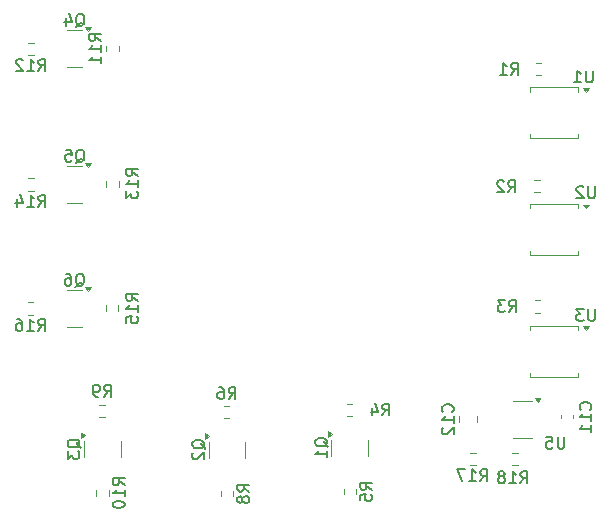
<source format=gbr>
%TF.GenerationSoftware,KiCad,Pcbnew,7.0.11-rc3*%
%TF.CreationDate,2025-03-16T23:26:39+08:00*%
%TF.ProjectId,dashboard,64617368-626f-4617-9264-2e6b69636164,rev?*%
%TF.SameCoordinates,Original*%
%TF.FileFunction,Legend,Bot*%
%TF.FilePolarity,Positive*%
%FSLAX46Y46*%
G04 Gerber Fmt 4.6, Leading zero omitted, Abs format (unit mm)*
G04 Created by KiCad (PCBNEW 7.0.11-rc3) date 2025-03-16 23:26:39*
%MOMM*%
%LPD*%
G01*
G04 APERTURE LIST*
%ADD10C,0.150000*%
%ADD11C,0.120000*%
G04 APERTURE END LIST*
D10*
X108759580Y-84757142D02*
X108807200Y-84709523D01*
X108807200Y-84709523D02*
X108854819Y-84566666D01*
X108854819Y-84566666D02*
X108854819Y-84471428D01*
X108854819Y-84471428D02*
X108807200Y-84328571D01*
X108807200Y-84328571D02*
X108711961Y-84233333D01*
X108711961Y-84233333D02*
X108616723Y-84185714D01*
X108616723Y-84185714D02*
X108426247Y-84138095D01*
X108426247Y-84138095D02*
X108283390Y-84138095D01*
X108283390Y-84138095D02*
X108092914Y-84185714D01*
X108092914Y-84185714D02*
X107997676Y-84233333D01*
X107997676Y-84233333D02*
X107902438Y-84328571D01*
X107902438Y-84328571D02*
X107854819Y-84471428D01*
X107854819Y-84471428D02*
X107854819Y-84566666D01*
X107854819Y-84566666D02*
X107902438Y-84709523D01*
X107902438Y-84709523D02*
X107950057Y-84757142D01*
X108854819Y-85709523D02*
X108854819Y-85138095D01*
X108854819Y-85423809D02*
X107854819Y-85423809D01*
X107854819Y-85423809D02*
X107997676Y-85328571D01*
X107997676Y-85328571D02*
X108092914Y-85233333D01*
X108092914Y-85233333D02*
X108140533Y-85138095D01*
X108854819Y-86661904D02*
X108854819Y-86090476D01*
X108854819Y-86376190D02*
X107854819Y-86376190D01*
X107854819Y-86376190D02*
X107997676Y-86280952D01*
X107997676Y-86280952D02*
X108092914Y-86185714D01*
X108092914Y-86185714D02*
X108140533Y-86090476D01*
X65170238Y-74350057D02*
X65265476Y-74302438D01*
X65265476Y-74302438D02*
X65360714Y-74207200D01*
X65360714Y-74207200D02*
X65503571Y-74064342D01*
X65503571Y-74064342D02*
X65598809Y-74016723D01*
X65598809Y-74016723D02*
X65694047Y-74016723D01*
X65646428Y-74254819D02*
X65741666Y-74207200D01*
X65741666Y-74207200D02*
X65836904Y-74111961D01*
X65836904Y-74111961D02*
X65884523Y-73921485D01*
X65884523Y-73921485D02*
X65884523Y-73588152D01*
X65884523Y-73588152D02*
X65836904Y-73397676D01*
X65836904Y-73397676D02*
X65741666Y-73302438D01*
X65741666Y-73302438D02*
X65646428Y-73254819D01*
X65646428Y-73254819D02*
X65455952Y-73254819D01*
X65455952Y-73254819D02*
X65360714Y-73302438D01*
X65360714Y-73302438D02*
X65265476Y-73397676D01*
X65265476Y-73397676D02*
X65217857Y-73588152D01*
X65217857Y-73588152D02*
X65217857Y-73921485D01*
X65217857Y-73921485D02*
X65265476Y-74111961D01*
X65265476Y-74111961D02*
X65360714Y-74207200D01*
X65360714Y-74207200D02*
X65455952Y-74254819D01*
X65455952Y-74254819D02*
X65646428Y-74254819D01*
X64360714Y-73254819D02*
X64551190Y-73254819D01*
X64551190Y-73254819D02*
X64646428Y-73302438D01*
X64646428Y-73302438D02*
X64694047Y-73350057D01*
X64694047Y-73350057D02*
X64789285Y-73492914D01*
X64789285Y-73492914D02*
X64836904Y-73683390D01*
X64836904Y-73683390D02*
X64836904Y-74064342D01*
X64836904Y-74064342D02*
X64789285Y-74159580D01*
X64789285Y-74159580D02*
X64741666Y-74207200D01*
X64741666Y-74207200D02*
X64646428Y-74254819D01*
X64646428Y-74254819D02*
X64455952Y-74254819D01*
X64455952Y-74254819D02*
X64360714Y-74207200D01*
X64360714Y-74207200D02*
X64313095Y-74159580D01*
X64313095Y-74159580D02*
X64265476Y-74064342D01*
X64265476Y-74064342D02*
X64265476Y-73826247D01*
X64265476Y-73826247D02*
X64313095Y-73731009D01*
X64313095Y-73731009D02*
X64360714Y-73683390D01*
X64360714Y-73683390D02*
X64455952Y-73635771D01*
X64455952Y-73635771D02*
X64646428Y-73635771D01*
X64646428Y-73635771D02*
X64741666Y-73683390D01*
X64741666Y-73683390D02*
X64789285Y-73731009D01*
X64789285Y-73731009D02*
X64836904Y-73826247D01*
X65600057Y-88004761D02*
X65552438Y-87909523D01*
X65552438Y-87909523D02*
X65457200Y-87814285D01*
X65457200Y-87814285D02*
X65314342Y-87671428D01*
X65314342Y-87671428D02*
X65266723Y-87576190D01*
X65266723Y-87576190D02*
X65266723Y-87480952D01*
X65504819Y-87528571D02*
X65457200Y-87433333D01*
X65457200Y-87433333D02*
X65361961Y-87338095D01*
X65361961Y-87338095D02*
X65171485Y-87290476D01*
X65171485Y-87290476D02*
X64838152Y-87290476D01*
X64838152Y-87290476D02*
X64647676Y-87338095D01*
X64647676Y-87338095D02*
X64552438Y-87433333D01*
X64552438Y-87433333D02*
X64504819Y-87528571D01*
X64504819Y-87528571D02*
X64504819Y-87719047D01*
X64504819Y-87719047D02*
X64552438Y-87814285D01*
X64552438Y-87814285D02*
X64647676Y-87909523D01*
X64647676Y-87909523D02*
X64838152Y-87957142D01*
X64838152Y-87957142D02*
X65171485Y-87957142D01*
X65171485Y-87957142D02*
X65361961Y-87909523D01*
X65361961Y-87909523D02*
X65457200Y-87814285D01*
X65457200Y-87814285D02*
X65504819Y-87719047D01*
X65504819Y-87719047D02*
X65504819Y-87528571D01*
X64504819Y-88290476D02*
X64504819Y-88909523D01*
X64504819Y-88909523D02*
X64885771Y-88576190D01*
X64885771Y-88576190D02*
X64885771Y-88719047D01*
X64885771Y-88719047D02*
X64933390Y-88814285D01*
X64933390Y-88814285D02*
X64981009Y-88861904D01*
X64981009Y-88861904D02*
X65076247Y-88909523D01*
X65076247Y-88909523D02*
X65314342Y-88909523D01*
X65314342Y-88909523D02*
X65409580Y-88861904D01*
X65409580Y-88861904D02*
X65457200Y-88814285D01*
X65457200Y-88814285D02*
X65504819Y-88719047D01*
X65504819Y-88719047D02*
X65504819Y-88433333D01*
X65504819Y-88433333D02*
X65457200Y-88338095D01*
X65457200Y-88338095D02*
X65409580Y-88290476D01*
X78141666Y-83854819D02*
X78474999Y-83378628D01*
X78713094Y-83854819D02*
X78713094Y-82854819D01*
X78713094Y-82854819D02*
X78332142Y-82854819D01*
X78332142Y-82854819D02*
X78236904Y-82902438D01*
X78236904Y-82902438D02*
X78189285Y-82950057D01*
X78189285Y-82950057D02*
X78141666Y-83045295D01*
X78141666Y-83045295D02*
X78141666Y-83188152D01*
X78141666Y-83188152D02*
X78189285Y-83283390D01*
X78189285Y-83283390D02*
X78236904Y-83331009D01*
X78236904Y-83331009D02*
X78332142Y-83378628D01*
X78332142Y-83378628D02*
X78713094Y-83378628D01*
X77284523Y-82854819D02*
X77474999Y-82854819D01*
X77474999Y-82854819D02*
X77570237Y-82902438D01*
X77570237Y-82902438D02*
X77617856Y-82950057D01*
X77617856Y-82950057D02*
X77713094Y-83092914D01*
X77713094Y-83092914D02*
X77760713Y-83283390D01*
X77760713Y-83283390D02*
X77760713Y-83664342D01*
X77760713Y-83664342D02*
X77713094Y-83759580D01*
X77713094Y-83759580D02*
X77665475Y-83807200D01*
X77665475Y-83807200D02*
X77570237Y-83854819D01*
X77570237Y-83854819D02*
X77379761Y-83854819D01*
X77379761Y-83854819D02*
X77284523Y-83807200D01*
X77284523Y-83807200D02*
X77236904Y-83759580D01*
X77236904Y-83759580D02*
X77189285Y-83664342D01*
X77189285Y-83664342D02*
X77189285Y-83426247D01*
X77189285Y-83426247D02*
X77236904Y-83331009D01*
X77236904Y-83331009D02*
X77284523Y-83283390D01*
X77284523Y-83283390D02*
X77379761Y-83235771D01*
X77379761Y-83235771D02*
X77570237Y-83235771D01*
X77570237Y-83235771D02*
X77665475Y-83283390D01*
X77665475Y-83283390D02*
X77713094Y-83331009D01*
X77713094Y-83331009D02*
X77760713Y-83426247D01*
X76150057Y-88067261D02*
X76102438Y-87972023D01*
X76102438Y-87972023D02*
X76007200Y-87876785D01*
X76007200Y-87876785D02*
X75864342Y-87733928D01*
X75864342Y-87733928D02*
X75816723Y-87638690D01*
X75816723Y-87638690D02*
X75816723Y-87543452D01*
X76054819Y-87591071D02*
X76007200Y-87495833D01*
X76007200Y-87495833D02*
X75911961Y-87400595D01*
X75911961Y-87400595D02*
X75721485Y-87352976D01*
X75721485Y-87352976D02*
X75388152Y-87352976D01*
X75388152Y-87352976D02*
X75197676Y-87400595D01*
X75197676Y-87400595D02*
X75102438Y-87495833D01*
X75102438Y-87495833D02*
X75054819Y-87591071D01*
X75054819Y-87591071D02*
X75054819Y-87781547D01*
X75054819Y-87781547D02*
X75102438Y-87876785D01*
X75102438Y-87876785D02*
X75197676Y-87972023D01*
X75197676Y-87972023D02*
X75388152Y-88019642D01*
X75388152Y-88019642D02*
X75721485Y-88019642D01*
X75721485Y-88019642D02*
X75911961Y-87972023D01*
X75911961Y-87972023D02*
X76007200Y-87876785D01*
X76007200Y-87876785D02*
X76054819Y-87781547D01*
X76054819Y-87781547D02*
X76054819Y-87591071D01*
X75150057Y-88400595D02*
X75102438Y-88448214D01*
X75102438Y-88448214D02*
X75054819Y-88543452D01*
X75054819Y-88543452D02*
X75054819Y-88781547D01*
X75054819Y-88781547D02*
X75102438Y-88876785D01*
X75102438Y-88876785D02*
X75150057Y-88924404D01*
X75150057Y-88924404D02*
X75245295Y-88972023D01*
X75245295Y-88972023D02*
X75340533Y-88972023D01*
X75340533Y-88972023D02*
X75483390Y-88924404D01*
X75483390Y-88924404D02*
X76054819Y-88352976D01*
X76054819Y-88352976D02*
X76054819Y-88972023D01*
X109161904Y-65854819D02*
X109161904Y-66664342D01*
X109161904Y-66664342D02*
X109114285Y-66759580D01*
X109114285Y-66759580D02*
X109066666Y-66807200D01*
X109066666Y-66807200D02*
X108971428Y-66854819D01*
X108971428Y-66854819D02*
X108780952Y-66854819D01*
X108780952Y-66854819D02*
X108685714Y-66807200D01*
X108685714Y-66807200D02*
X108638095Y-66759580D01*
X108638095Y-66759580D02*
X108590476Y-66664342D01*
X108590476Y-66664342D02*
X108590476Y-65854819D01*
X108161904Y-65950057D02*
X108114285Y-65902438D01*
X108114285Y-65902438D02*
X108019047Y-65854819D01*
X108019047Y-65854819D02*
X107780952Y-65854819D01*
X107780952Y-65854819D02*
X107685714Y-65902438D01*
X107685714Y-65902438D02*
X107638095Y-65950057D01*
X107638095Y-65950057D02*
X107590476Y-66045295D01*
X107590476Y-66045295D02*
X107590476Y-66140533D01*
X107590476Y-66140533D02*
X107638095Y-66283390D01*
X107638095Y-66283390D02*
X108209523Y-66854819D01*
X108209523Y-66854819D02*
X107590476Y-66854819D01*
X99452857Y-90819819D02*
X99786190Y-90343628D01*
X100024285Y-90819819D02*
X100024285Y-89819819D01*
X100024285Y-89819819D02*
X99643333Y-89819819D01*
X99643333Y-89819819D02*
X99548095Y-89867438D01*
X99548095Y-89867438D02*
X99500476Y-89915057D01*
X99500476Y-89915057D02*
X99452857Y-90010295D01*
X99452857Y-90010295D02*
X99452857Y-90153152D01*
X99452857Y-90153152D02*
X99500476Y-90248390D01*
X99500476Y-90248390D02*
X99548095Y-90296009D01*
X99548095Y-90296009D02*
X99643333Y-90343628D01*
X99643333Y-90343628D02*
X100024285Y-90343628D01*
X98500476Y-90819819D02*
X99071904Y-90819819D01*
X98786190Y-90819819D02*
X98786190Y-89819819D01*
X98786190Y-89819819D02*
X98881428Y-89962676D01*
X98881428Y-89962676D02*
X98976666Y-90057914D01*
X98976666Y-90057914D02*
X99071904Y-90105533D01*
X98167142Y-89819819D02*
X97500476Y-89819819D01*
X97500476Y-89819819D02*
X97929047Y-90819819D01*
X108961904Y-56054819D02*
X108961904Y-56864342D01*
X108961904Y-56864342D02*
X108914285Y-56959580D01*
X108914285Y-56959580D02*
X108866666Y-57007200D01*
X108866666Y-57007200D02*
X108771428Y-57054819D01*
X108771428Y-57054819D02*
X108580952Y-57054819D01*
X108580952Y-57054819D02*
X108485714Y-57007200D01*
X108485714Y-57007200D02*
X108438095Y-56959580D01*
X108438095Y-56959580D02*
X108390476Y-56864342D01*
X108390476Y-56864342D02*
X108390476Y-56054819D01*
X107390476Y-57054819D02*
X107961904Y-57054819D01*
X107676190Y-57054819D02*
X107676190Y-56054819D01*
X107676190Y-56054819D02*
X107771428Y-56197676D01*
X107771428Y-56197676D02*
X107866666Y-56292914D01*
X107866666Y-56292914D02*
X107961904Y-56340533D01*
X106561904Y-87054819D02*
X106561904Y-87864342D01*
X106561904Y-87864342D02*
X106514285Y-87959580D01*
X106514285Y-87959580D02*
X106466666Y-88007200D01*
X106466666Y-88007200D02*
X106371428Y-88054819D01*
X106371428Y-88054819D02*
X106180952Y-88054819D01*
X106180952Y-88054819D02*
X106085714Y-88007200D01*
X106085714Y-88007200D02*
X106038095Y-87959580D01*
X106038095Y-87959580D02*
X105990476Y-87864342D01*
X105990476Y-87864342D02*
X105990476Y-87054819D01*
X105038095Y-87054819D02*
X105514285Y-87054819D01*
X105514285Y-87054819D02*
X105561904Y-87531009D01*
X105561904Y-87531009D02*
X105514285Y-87483390D01*
X105514285Y-87483390D02*
X105419047Y-87435771D01*
X105419047Y-87435771D02*
X105180952Y-87435771D01*
X105180952Y-87435771D02*
X105085714Y-87483390D01*
X105085714Y-87483390D02*
X105038095Y-87531009D01*
X105038095Y-87531009D02*
X104990476Y-87626247D01*
X104990476Y-87626247D02*
X104990476Y-87864342D01*
X104990476Y-87864342D02*
X105038095Y-87959580D01*
X105038095Y-87959580D02*
X105085714Y-88007200D01*
X105085714Y-88007200D02*
X105180952Y-88054819D01*
X105180952Y-88054819D02*
X105419047Y-88054819D01*
X105419047Y-88054819D02*
X105514285Y-88007200D01*
X105514285Y-88007200D02*
X105561904Y-87959580D01*
X67591666Y-83654819D02*
X67924999Y-83178628D01*
X68163094Y-83654819D02*
X68163094Y-82654819D01*
X68163094Y-82654819D02*
X67782142Y-82654819D01*
X67782142Y-82654819D02*
X67686904Y-82702438D01*
X67686904Y-82702438D02*
X67639285Y-82750057D01*
X67639285Y-82750057D02*
X67591666Y-82845295D01*
X67591666Y-82845295D02*
X67591666Y-82988152D01*
X67591666Y-82988152D02*
X67639285Y-83083390D01*
X67639285Y-83083390D02*
X67686904Y-83131009D01*
X67686904Y-83131009D02*
X67782142Y-83178628D01*
X67782142Y-83178628D02*
X68163094Y-83178628D01*
X67115475Y-83654819D02*
X66924999Y-83654819D01*
X66924999Y-83654819D02*
X66829761Y-83607200D01*
X66829761Y-83607200D02*
X66782142Y-83559580D01*
X66782142Y-83559580D02*
X66686904Y-83416723D01*
X66686904Y-83416723D02*
X66639285Y-83226247D01*
X66639285Y-83226247D02*
X66639285Y-82845295D01*
X66639285Y-82845295D02*
X66686904Y-82750057D01*
X66686904Y-82750057D02*
X66734523Y-82702438D01*
X66734523Y-82702438D02*
X66829761Y-82654819D01*
X66829761Y-82654819D02*
X67020237Y-82654819D01*
X67020237Y-82654819D02*
X67115475Y-82702438D01*
X67115475Y-82702438D02*
X67163094Y-82750057D01*
X67163094Y-82750057D02*
X67210713Y-82845295D01*
X67210713Y-82845295D02*
X67210713Y-83083390D01*
X67210713Y-83083390D02*
X67163094Y-83178628D01*
X67163094Y-83178628D02*
X67115475Y-83226247D01*
X67115475Y-83226247D02*
X67020237Y-83273866D01*
X67020237Y-83273866D02*
X66829761Y-83273866D01*
X66829761Y-83273866D02*
X66734523Y-83226247D01*
X66734523Y-83226247D02*
X66686904Y-83178628D01*
X66686904Y-83178628D02*
X66639285Y-83083390D01*
X65195238Y-52350057D02*
X65290476Y-52302438D01*
X65290476Y-52302438D02*
X65385714Y-52207200D01*
X65385714Y-52207200D02*
X65528571Y-52064342D01*
X65528571Y-52064342D02*
X65623809Y-52016723D01*
X65623809Y-52016723D02*
X65719047Y-52016723D01*
X65671428Y-52254819D02*
X65766666Y-52207200D01*
X65766666Y-52207200D02*
X65861904Y-52111961D01*
X65861904Y-52111961D02*
X65909523Y-51921485D01*
X65909523Y-51921485D02*
X65909523Y-51588152D01*
X65909523Y-51588152D02*
X65861904Y-51397676D01*
X65861904Y-51397676D02*
X65766666Y-51302438D01*
X65766666Y-51302438D02*
X65671428Y-51254819D01*
X65671428Y-51254819D02*
X65480952Y-51254819D01*
X65480952Y-51254819D02*
X65385714Y-51302438D01*
X65385714Y-51302438D02*
X65290476Y-51397676D01*
X65290476Y-51397676D02*
X65242857Y-51588152D01*
X65242857Y-51588152D02*
X65242857Y-51921485D01*
X65242857Y-51921485D02*
X65290476Y-52111961D01*
X65290476Y-52111961D02*
X65385714Y-52207200D01*
X65385714Y-52207200D02*
X65480952Y-52254819D01*
X65480952Y-52254819D02*
X65671428Y-52254819D01*
X64385714Y-51588152D02*
X64385714Y-52254819D01*
X64623809Y-51207200D02*
X64861904Y-51921485D01*
X64861904Y-51921485D02*
X64242857Y-51921485D01*
X91166666Y-85254819D02*
X91499999Y-84778628D01*
X91738094Y-85254819D02*
X91738094Y-84254819D01*
X91738094Y-84254819D02*
X91357142Y-84254819D01*
X91357142Y-84254819D02*
X91261904Y-84302438D01*
X91261904Y-84302438D02*
X91214285Y-84350057D01*
X91214285Y-84350057D02*
X91166666Y-84445295D01*
X91166666Y-84445295D02*
X91166666Y-84588152D01*
X91166666Y-84588152D02*
X91214285Y-84683390D01*
X91214285Y-84683390D02*
X91261904Y-84731009D01*
X91261904Y-84731009D02*
X91357142Y-84778628D01*
X91357142Y-84778628D02*
X91738094Y-84778628D01*
X90309523Y-84588152D02*
X90309523Y-85254819D01*
X90547618Y-84207200D02*
X90785713Y-84921485D01*
X90785713Y-84921485D02*
X90166666Y-84921485D01*
X62042857Y-56084819D02*
X62376190Y-55608628D01*
X62614285Y-56084819D02*
X62614285Y-55084819D01*
X62614285Y-55084819D02*
X62233333Y-55084819D01*
X62233333Y-55084819D02*
X62138095Y-55132438D01*
X62138095Y-55132438D02*
X62090476Y-55180057D01*
X62090476Y-55180057D02*
X62042857Y-55275295D01*
X62042857Y-55275295D02*
X62042857Y-55418152D01*
X62042857Y-55418152D02*
X62090476Y-55513390D01*
X62090476Y-55513390D02*
X62138095Y-55561009D01*
X62138095Y-55561009D02*
X62233333Y-55608628D01*
X62233333Y-55608628D02*
X62614285Y-55608628D01*
X61090476Y-56084819D02*
X61661904Y-56084819D01*
X61376190Y-56084819D02*
X61376190Y-55084819D01*
X61376190Y-55084819D02*
X61471428Y-55227676D01*
X61471428Y-55227676D02*
X61566666Y-55322914D01*
X61566666Y-55322914D02*
X61661904Y-55370533D01*
X60709523Y-55180057D02*
X60661904Y-55132438D01*
X60661904Y-55132438D02*
X60566666Y-55084819D01*
X60566666Y-55084819D02*
X60328571Y-55084819D01*
X60328571Y-55084819D02*
X60233333Y-55132438D01*
X60233333Y-55132438D02*
X60185714Y-55180057D01*
X60185714Y-55180057D02*
X60138095Y-55275295D01*
X60138095Y-55275295D02*
X60138095Y-55370533D01*
X60138095Y-55370533D02*
X60185714Y-55513390D01*
X60185714Y-55513390D02*
X60757142Y-56084819D01*
X60757142Y-56084819D02*
X60138095Y-56084819D01*
X90284819Y-91533333D02*
X89808628Y-91200000D01*
X90284819Y-90961905D02*
X89284819Y-90961905D01*
X89284819Y-90961905D02*
X89284819Y-91342857D01*
X89284819Y-91342857D02*
X89332438Y-91438095D01*
X89332438Y-91438095D02*
X89380057Y-91485714D01*
X89380057Y-91485714D02*
X89475295Y-91533333D01*
X89475295Y-91533333D02*
X89618152Y-91533333D01*
X89618152Y-91533333D02*
X89713390Y-91485714D01*
X89713390Y-91485714D02*
X89761009Y-91438095D01*
X89761009Y-91438095D02*
X89808628Y-91342857D01*
X89808628Y-91342857D02*
X89808628Y-90961905D01*
X89284819Y-92438095D02*
X89284819Y-91961905D01*
X89284819Y-91961905D02*
X89761009Y-91914286D01*
X89761009Y-91914286D02*
X89713390Y-91961905D01*
X89713390Y-91961905D02*
X89665771Y-92057143D01*
X89665771Y-92057143D02*
X89665771Y-92295238D01*
X89665771Y-92295238D02*
X89713390Y-92390476D01*
X89713390Y-92390476D02*
X89761009Y-92438095D01*
X89761009Y-92438095D02*
X89856247Y-92485714D01*
X89856247Y-92485714D02*
X90094342Y-92485714D01*
X90094342Y-92485714D02*
X90189580Y-92438095D01*
X90189580Y-92438095D02*
X90237200Y-92390476D01*
X90237200Y-92390476D02*
X90284819Y-92295238D01*
X90284819Y-92295238D02*
X90284819Y-92057143D01*
X90284819Y-92057143D02*
X90237200Y-91961905D01*
X90237200Y-91961905D02*
X90189580Y-91914286D01*
X102852857Y-90989819D02*
X103186190Y-90513628D01*
X103424285Y-90989819D02*
X103424285Y-89989819D01*
X103424285Y-89989819D02*
X103043333Y-89989819D01*
X103043333Y-89989819D02*
X102948095Y-90037438D01*
X102948095Y-90037438D02*
X102900476Y-90085057D01*
X102900476Y-90085057D02*
X102852857Y-90180295D01*
X102852857Y-90180295D02*
X102852857Y-90323152D01*
X102852857Y-90323152D02*
X102900476Y-90418390D01*
X102900476Y-90418390D02*
X102948095Y-90466009D01*
X102948095Y-90466009D02*
X103043333Y-90513628D01*
X103043333Y-90513628D02*
X103424285Y-90513628D01*
X101900476Y-90989819D02*
X102471904Y-90989819D01*
X102186190Y-90989819D02*
X102186190Y-89989819D01*
X102186190Y-89989819D02*
X102281428Y-90132676D01*
X102281428Y-90132676D02*
X102376666Y-90227914D01*
X102376666Y-90227914D02*
X102471904Y-90275533D01*
X101329047Y-90418390D02*
X101424285Y-90370771D01*
X101424285Y-90370771D02*
X101471904Y-90323152D01*
X101471904Y-90323152D02*
X101519523Y-90227914D01*
X101519523Y-90227914D02*
X101519523Y-90180295D01*
X101519523Y-90180295D02*
X101471904Y-90085057D01*
X101471904Y-90085057D02*
X101424285Y-90037438D01*
X101424285Y-90037438D02*
X101329047Y-89989819D01*
X101329047Y-89989819D02*
X101138571Y-89989819D01*
X101138571Y-89989819D02*
X101043333Y-90037438D01*
X101043333Y-90037438D02*
X100995714Y-90085057D01*
X100995714Y-90085057D02*
X100948095Y-90180295D01*
X100948095Y-90180295D02*
X100948095Y-90227914D01*
X100948095Y-90227914D02*
X100995714Y-90323152D01*
X100995714Y-90323152D02*
X101043333Y-90370771D01*
X101043333Y-90370771D02*
X101138571Y-90418390D01*
X101138571Y-90418390D02*
X101329047Y-90418390D01*
X101329047Y-90418390D02*
X101424285Y-90466009D01*
X101424285Y-90466009D02*
X101471904Y-90513628D01*
X101471904Y-90513628D02*
X101519523Y-90608866D01*
X101519523Y-90608866D02*
X101519523Y-90799342D01*
X101519523Y-90799342D02*
X101471904Y-90894580D01*
X101471904Y-90894580D02*
X101424285Y-90942200D01*
X101424285Y-90942200D02*
X101329047Y-90989819D01*
X101329047Y-90989819D02*
X101138571Y-90989819D01*
X101138571Y-90989819D02*
X101043333Y-90942200D01*
X101043333Y-90942200D02*
X100995714Y-90894580D01*
X100995714Y-90894580D02*
X100948095Y-90799342D01*
X100948095Y-90799342D02*
X100948095Y-90608866D01*
X100948095Y-90608866D02*
X100995714Y-90513628D01*
X100995714Y-90513628D02*
X101043333Y-90466009D01*
X101043333Y-90466009D02*
X101138571Y-90418390D01*
X109161904Y-76254819D02*
X109161904Y-77064342D01*
X109161904Y-77064342D02*
X109114285Y-77159580D01*
X109114285Y-77159580D02*
X109066666Y-77207200D01*
X109066666Y-77207200D02*
X108971428Y-77254819D01*
X108971428Y-77254819D02*
X108780952Y-77254819D01*
X108780952Y-77254819D02*
X108685714Y-77207200D01*
X108685714Y-77207200D02*
X108638095Y-77159580D01*
X108638095Y-77159580D02*
X108590476Y-77064342D01*
X108590476Y-77064342D02*
X108590476Y-76254819D01*
X108209523Y-76254819D02*
X107590476Y-76254819D01*
X107590476Y-76254819D02*
X107923809Y-76635771D01*
X107923809Y-76635771D02*
X107780952Y-76635771D01*
X107780952Y-76635771D02*
X107685714Y-76683390D01*
X107685714Y-76683390D02*
X107638095Y-76731009D01*
X107638095Y-76731009D02*
X107590476Y-76826247D01*
X107590476Y-76826247D02*
X107590476Y-77064342D01*
X107590476Y-77064342D02*
X107638095Y-77159580D01*
X107638095Y-77159580D02*
X107685714Y-77207200D01*
X107685714Y-77207200D02*
X107780952Y-77254819D01*
X107780952Y-77254819D02*
X108066666Y-77254819D01*
X108066666Y-77254819D02*
X108161904Y-77207200D01*
X108161904Y-77207200D02*
X108209523Y-77159580D01*
X97089580Y-84942142D02*
X97137200Y-84894523D01*
X97137200Y-84894523D02*
X97184819Y-84751666D01*
X97184819Y-84751666D02*
X97184819Y-84656428D01*
X97184819Y-84656428D02*
X97137200Y-84513571D01*
X97137200Y-84513571D02*
X97041961Y-84418333D01*
X97041961Y-84418333D02*
X96946723Y-84370714D01*
X96946723Y-84370714D02*
X96756247Y-84323095D01*
X96756247Y-84323095D02*
X96613390Y-84323095D01*
X96613390Y-84323095D02*
X96422914Y-84370714D01*
X96422914Y-84370714D02*
X96327676Y-84418333D01*
X96327676Y-84418333D02*
X96232438Y-84513571D01*
X96232438Y-84513571D02*
X96184819Y-84656428D01*
X96184819Y-84656428D02*
X96184819Y-84751666D01*
X96184819Y-84751666D02*
X96232438Y-84894523D01*
X96232438Y-84894523D02*
X96280057Y-84942142D01*
X97184819Y-85894523D02*
X97184819Y-85323095D01*
X97184819Y-85608809D02*
X96184819Y-85608809D01*
X96184819Y-85608809D02*
X96327676Y-85513571D01*
X96327676Y-85513571D02*
X96422914Y-85418333D01*
X96422914Y-85418333D02*
X96470533Y-85323095D01*
X96280057Y-86275476D02*
X96232438Y-86323095D01*
X96232438Y-86323095D02*
X96184819Y-86418333D01*
X96184819Y-86418333D02*
X96184819Y-86656428D01*
X96184819Y-86656428D02*
X96232438Y-86751666D01*
X96232438Y-86751666D02*
X96280057Y-86799285D01*
X96280057Y-86799285D02*
X96375295Y-86846904D01*
X96375295Y-86846904D02*
X96470533Y-86846904D01*
X96470533Y-86846904D02*
X96613390Y-86799285D01*
X96613390Y-86799285D02*
X97184819Y-86227857D01*
X97184819Y-86227857D02*
X97184819Y-86846904D01*
X101861666Y-76491444D02*
X102194999Y-76015253D01*
X102433094Y-76491444D02*
X102433094Y-75491444D01*
X102433094Y-75491444D02*
X102052142Y-75491444D01*
X102052142Y-75491444D02*
X101956904Y-75539063D01*
X101956904Y-75539063D02*
X101909285Y-75586682D01*
X101909285Y-75586682D02*
X101861666Y-75681920D01*
X101861666Y-75681920D02*
X101861666Y-75824777D01*
X101861666Y-75824777D02*
X101909285Y-75920015D01*
X101909285Y-75920015D02*
X101956904Y-75967634D01*
X101956904Y-75967634D02*
X102052142Y-76015253D01*
X102052142Y-76015253D02*
X102433094Y-76015253D01*
X101528332Y-75491444D02*
X100909285Y-75491444D01*
X100909285Y-75491444D02*
X101242618Y-75872396D01*
X101242618Y-75872396D02*
X101099761Y-75872396D01*
X101099761Y-75872396D02*
X101004523Y-75920015D01*
X101004523Y-75920015D02*
X100956904Y-75967634D01*
X100956904Y-75967634D02*
X100909285Y-76062872D01*
X100909285Y-76062872D02*
X100909285Y-76300967D01*
X100909285Y-76300967D02*
X100956904Y-76396205D01*
X100956904Y-76396205D02*
X101004523Y-76443825D01*
X101004523Y-76443825D02*
X101099761Y-76491444D01*
X101099761Y-76491444D02*
X101385475Y-76491444D01*
X101385475Y-76491444D02*
X101480713Y-76443825D01*
X101480713Y-76443825D02*
X101528332Y-76396205D01*
X62017857Y-78084819D02*
X62351190Y-77608628D01*
X62589285Y-78084819D02*
X62589285Y-77084819D01*
X62589285Y-77084819D02*
X62208333Y-77084819D01*
X62208333Y-77084819D02*
X62113095Y-77132438D01*
X62113095Y-77132438D02*
X62065476Y-77180057D01*
X62065476Y-77180057D02*
X62017857Y-77275295D01*
X62017857Y-77275295D02*
X62017857Y-77418152D01*
X62017857Y-77418152D02*
X62065476Y-77513390D01*
X62065476Y-77513390D02*
X62113095Y-77561009D01*
X62113095Y-77561009D02*
X62208333Y-77608628D01*
X62208333Y-77608628D02*
X62589285Y-77608628D01*
X61065476Y-78084819D02*
X61636904Y-78084819D01*
X61351190Y-78084819D02*
X61351190Y-77084819D01*
X61351190Y-77084819D02*
X61446428Y-77227676D01*
X61446428Y-77227676D02*
X61541666Y-77322914D01*
X61541666Y-77322914D02*
X61636904Y-77370533D01*
X60208333Y-77084819D02*
X60398809Y-77084819D01*
X60398809Y-77084819D02*
X60494047Y-77132438D01*
X60494047Y-77132438D02*
X60541666Y-77180057D01*
X60541666Y-77180057D02*
X60636904Y-77322914D01*
X60636904Y-77322914D02*
X60684523Y-77513390D01*
X60684523Y-77513390D02*
X60684523Y-77894342D01*
X60684523Y-77894342D02*
X60636904Y-77989580D01*
X60636904Y-77989580D02*
X60589285Y-78037200D01*
X60589285Y-78037200D02*
X60494047Y-78084819D01*
X60494047Y-78084819D02*
X60303571Y-78084819D01*
X60303571Y-78084819D02*
X60208333Y-78037200D01*
X60208333Y-78037200D02*
X60160714Y-77989580D01*
X60160714Y-77989580D02*
X60113095Y-77894342D01*
X60113095Y-77894342D02*
X60113095Y-77656247D01*
X60113095Y-77656247D02*
X60160714Y-77561009D01*
X60160714Y-77561009D02*
X60208333Y-77513390D01*
X60208333Y-77513390D02*
X60303571Y-77465771D01*
X60303571Y-77465771D02*
X60494047Y-77465771D01*
X60494047Y-77465771D02*
X60589285Y-77513390D01*
X60589285Y-77513390D02*
X60636904Y-77561009D01*
X60636904Y-77561009D02*
X60684523Y-77656247D01*
X70454819Y-75532142D02*
X69978628Y-75198809D01*
X70454819Y-74960714D02*
X69454819Y-74960714D01*
X69454819Y-74960714D02*
X69454819Y-75341666D01*
X69454819Y-75341666D02*
X69502438Y-75436904D01*
X69502438Y-75436904D02*
X69550057Y-75484523D01*
X69550057Y-75484523D02*
X69645295Y-75532142D01*
X69645295Y-75532142D02*
X69788152Y-75532142D01*
X69788152Y-75532142D02*
X69883390Y-75484523D01*
X69883390Y-75484523D02*
X69931009Y-75436904D01*
X69931009Y-75436904D02*
X69978628Y-75341666D01*
X69978628Y-75341666D02*
X69978628Y-74960714D01*
X70454819Y-76484523D02*
X70454819Y-75913095D01*
X70454819Y-76198809D02*
X69454819Y-76198809D01*
X69454819Y-76198809D02*
X69597676Y-76103571D01*
X69597676Y-76103571D02*
X69692914Y-76008333D01*
X69692914Y-76008333D02*
X69740533Y-75913095D01*
X69454819Y-77389285D02*
X69454819Y-76913095D01*
X69454819Y-76913095D02*
X69931009Y-76865476D01*
X69931009Y-76865476D02*
X69883390Y-76913095D01*
X69883390Y-76913095D02*
X69835771Y-77008333D01*
X69835771Y-77008333D02*
X69835771Y-77246428D01*
X69835771Y-77246428D02*
X69883390Y-77341666D01*
X69883390Y-77341666D02*
X69931009Y-77389285D01*
X69931009Y-77389285D02*
X70026247Y-77436904D01*
X70026247Y-77436904D02*
X70264342Y-77436904D01*
X70264342Y-77436904D02*
X70359580Y-77389285D01*
X70359580Y-77389285D02*
X70407200Y-77341666D01*
X70407200Y-77341666D02*
X70454819Y-77246428D01*
X70454819Y-77246428D02*
X70454819Y-77008333D01*
X70454819Y-77008333D02*
X70407200Y-76913095D01*
X70407200Y-76913095D02*
X70359580Y-76865476D01*
X86550057Y-87904761D02*
X86502438Y-87809523D01*
X86502438Y-87809523D02*
X86407200Y-87714285D01*
X86407200Y-87714285D02*
X86264342Y-87571428D01*
X86264342Y-87571428D02*
X86216723Y-87476190D01*
X86216723Y-87476190D02*
X86216723Y-87380952D01*
X86454819Y-87428571D02*
X86407200Y-87333333D01*
X86407200Y-87333333D02*
X86311961Y-87238095D01*
X86311961Y-87238095D02*
X86121485Y-87190476D01*
X86121485Y-87190476D02*
X85788152Y-87190476D01*
X85788152Y-87190476D02*
X85597676Y-87238095D01*
X85597676Y-87238095D02*
X85502438Y-87333333D01*
X85502438Y-87333333D02*
X85454819Y-87428571D01*
X85454819Y-87428571D02*
X85454819Y-87619047D01*
X85454819Y-87619047D02*
X85502438Y-87714285D01*
X85502438Y-87714285D02*
X85597676Y-87809523D01*
X85597676Y-87809523D02*
X85788152Y-87857142D01*
X85788152Y-87857142D02*
X86121485Y-87857142D01*
X86121485Y-87857142D02*
X86311961Y-87809523D01*
X86311961Y-87809523D02*
X86407200Y-87714285D01*
X86407200Y-87714285D02*
X86454819Y-87619047D01*
X86454819Y-87619047D02*
X86454819Y-87428571D01*
X86454819Y-88809523D02*
X86454819Y-88238095D01*
X86454819Y-88523809D02*
X85454819Y-88523809D01*
X85454819Y-88523809D02*
X85597676Y-88428571D01*
X85597676Y-88428571D02*
X85692914Y-88333333D01*
X85692914Y-88333333D02*
X85740533Y-88238095D01*
X65195238Y-63850057D02*
X65290476Y-63802438D01*
X65290476Y-63802438D02*
X65385714Y-63707200D01*
X65385714Y-63707200D02*
X65528571Y-63564342D01*
X65528571Y-63564342D02*
X65623809Y-63516723D01*
X65623809Y-63516723D02*
X65719047Y-63516723D01*
X65671428Y-63754819D02*
X65766666Y-63707200D01*
X65766666Y-63707200D02*
X65861904Y-63611961D01*
X65861904Y-63611961D02*
X65909523Y-63421485D01*
X65909523Y-63421485D02*
X65909523Y-63088152D01*
X65909523Y-63088152D02*
X65861904Y-62897676D01*
X65861904Y-62897676D02*
X65766666Y-62802438D01*
X65766666Y-62802438D02*
X65671428Y-62754819D01*
X65671428Y-62754819D02*
X65480952Y-62754819D01*
X65480952Y-62754819D02*
X65385714Y-62802438D01*
X65385714Y-62802438D02*
X65290476Y-62897676D01*
X65290476Y-62897676D02*
X65242857Y-63088152D01*
X65242857Y-63088152D02*
X65242857Y-63421485D01*
X65242857Y-63421485D02*
X65290476Y-63611961D01*
X65290476Y-63611961D02*
X65385714Y-63707200D01*
X65385714Y-63707200D02*
X65480952Y-63754819D01*
X65480952Y-63754819D02*
X65671428Y-63754819D01*
X64338095Y-62754819D02*
X64814285Y-62754819D01*
X64814285Y-62754819D02*
X64861904Y-63231009D01*
X64861904Y-63231009D02*
X64814285Y-63183390D01*
X64814285Y-63183390D02*
X64719047Y-63135771D01*
X64719047Y-63135771D02*
X64480952Y-63135771D01*
X64480952Y-63135771D02*
X64385714Y-63183390D01*
X64385714Y-63183390D02*
X64338095Y-63231009D01*
X64338095Y-63231009D02*
X64290476Y-63326247D01*
X64290476Y-63326247D02*
X64290476Y-63564342D01*
X64290476Y-63564342D02*
X64338095Y-63659580D01*
X64338095Y-63659580D02*
X64385714Y-63707200D01*
X64385714Y-63707200D02*
X64480952Y-63754819D01*
X64480952Y-63754819D02*
X64719047Y-63754819D01*
X64719047Y-63754819D02*
X64814285Y-63707200D01*
X64814285Y-63707200D02*
X64861904Y-63659580D01*
X62042857Y-67584819D02*
X62376190Y-67108628D01*
X62614285Y-67584819D02*
X62614285Y-66584819D01*
X62614285Y-66584819D02*
X62233333Y-66584819D01*
X62233333Y-66584819D02*
X62138095Y-66632438D01*
X62138095Y-66632438D02*
X62090476Y-66680057D01*
X62090476Y-66680057D02*
X62042857Y-66775295D01*
X62042857Y-66775295D02*
X62042857Y-66918152D01*
X62042857Y-66918152D02*
X62090476Y-67013390D01*
X62090476Y-67013390D02*
X62138095Y-67061009D01*
X62138095Y-67061009D02*
X62233333Y-67108628D01*
X62233333Y-67108628D02*
X62614285Y-67108628D01*
X61090476Y-67584819D02*
X61661904Y-67584819D01*
X61376190Y-67584819D02*
X61376190Y-66584819D01*
X61376190Y-66584819D02*
X61471428Y-66727676D01*
X61471428Y-66727676D02*
X61566666Y-66822914D01*
X61566666Y-66822914D02*
X61661904Y-66870533D01*
X60233333Y-66918152D02*
X60233333Y-67584819D01*
X60471428Y-66537200D02*
X60709523Y-67251485D01*
X60709523Y-67251485D02*
X60090476Y-67251485D01*
X69334819Y-91157142D02*
X68858628Y-90823809D01*
X69334819Y-90585714D02*
X68334819Y-90585714D01*
X68334819Y-90585714D02*
X68334819Y-90966666D01*
X68334819Y-90966666D02*
X68382438Y-91061904D01*
X68382438Y-91061904D02*
X68430057Y-91109523D01*
X68430057Y-91109523D02*
X68525295Y-91157142D01*
X68525295Y-91157142D02*
X68668152Y-91157142D01*
X68668152Y-91157142D02*
X68763390Y-91109523D01*
X68763390Y-91109523D02*
X68811009Y-91061904D01*
X68811009Y-91061904D02*
X68858628Y-90966666D01*
X68858628Y-90966666D02*
X68858628Y-90585714D01*
X69334819Y-92109523D02*
X69334819Y-91538095D01*
X69334819Y-91823809D02*
X68334819Y-91823809D01*
X68334819Y-91823809D02*
X68477676Y-91728571D01*
X68477676Y-91728571D02*
X68572914Y-91633333D01*
X68572914Y-91633333D02*
X68620533Y-91538095D01*
X68334819Y-92728571D02*
X68334819Y-92823809D01*
X68334819Y-92823809D02*
X68382438Y-92919047D01*
X68382438Y-92919047D02*
X68430057Y-92966666D01*
X68430057Y-92966666D02*
X68525295Y-93014285D01*
X68525295Y-93014285D02*
X68715771Y-93061904D01*
X68715771Y-93061904D02*
X68953866Y-93061904D01*
X68953866Y-93061904D02*
X69144342Y-93014285D01*
X69144342Y-93014285D02*
X69239580Y-92966666D01*
X69239580Y-92966666D02*
X69287200Y-92919047D01*
X69287200Y-92919047D02*
X69334819Y-92823809D01*
X69334819Y-92823809D02*
X69334819Y-92728571D01*
X69334819Y-92728571D02*
X69287200Y-92633333D01*
X69287200Y-92633333D02*
X69239580Y-92585714D01*
X69239580Y-92585714D02*
X69144342Y-92538095D01*
X69144342Y-92538095D02*
X68953866Y-92490476D01*
X68953866Y-92490476D02*
X68715771Y-92490476D01*
X68715771Y-92490476D02*
X68525295Y-92538095D01*
X68525295Y-92538095D02*
X68430057Y-92585714D01*
X68430057Y-92585714D02*
X68382438Y-92633333D01*
X68382438Y-92633333D02*
X68334819Y-92728571D01*
X67324819Y-53532142D02*
X66848628Y-53198809D01*
X67324819Y-52960714D02*
X66324819Y-52960714D01*
X66324819Y-52960714D02*
X66324819Y-53341666D01*
X66324819Y-53341666D02*
X66372438Y-53436904D01*
X66372438Y-53436904D02*
X66420057Y-53484523D01*
X66420057Y-53484523D02*
X66515295Y-53532142D01*
X66515295Y-53532142D02*
X66658152Y-53532142D01*
X66658152Y-53532142D02*
X66753390Y-53484523D01*
X66753390Y-53484523D02*
X66801009Y-53436904D01*
X66801009Y-53436904D02*
X66848628Y-53341666D01*
X66848628Y-53341666D02*
X66848628Y-52960714D01*
X67324819Y-54484523D02*
X67324819Y-53913095D01*
X67324819Y-54198809D02*
X66324819Y-54198809D01*
X66324819Y-54198809D02*
X66467676Y-54103571D01*
X66467676Y-54103571D02*
X66562914Y-54008333D01*
X66562914Y-54008333D02*
X66610533Y-53913095D01*
X67324819Y-55436904D02*
X67324819Y-54865476D01*
X67324819Y-55151190D02*
X66324819Y-55151190D01*
X66324819Y-55151190D02*
X66467676Y-55055952D01*
X66467676Y-55055952D02*
X66562914Y-54960714D01*
X66562914Y-54960714D02*
X66610533Y-54865476D01*
X79884819Y-91695833D02*
X79408628Y-91362500D01*
X79884819Y-91124405D02*
X78884819Y-91124405D01*
X78884819Y-91124405D02*
X78884819Y-91505357D01*
X78884819Y-91505357D02*
X78932438Y-91600595D01*
X78932438Y-91600595D02*
X78980057Y-91648214D01*
X78980057Y-91648214D02*
X79075295Y-91695833D01*
X79075295Y-91695833D02*
X79218152Y-91695833D01*
X79218152Y-91695833D02*
X79313390Y-91648214D01*
X79313390Y-91648214D02*
X79361009Y-91600595D01*
X79361009Y-91600595D02*
X79408628Y-91505357D01*
X79408628Y-91505357D02*
X79408628Y-91124405D01*
X79313390Y-92267262D02*
X79265771Y-92172024D01*
X79265771Y-92172024D02*
X79218152Y-92124405D01*
X79218152Y-92124405D02*
X79122914Y-92076786D01*
X79122914Y-92076786D02*
X79075295Y-92076786D01*
X79075295Y-92076786D02*
X78980057Y-92124405D01*
X78980057Y-92124405D02*
X78932438Y-92172024D01*
X78932438Y-92172024D02*
X78884819Y-92267262D01*
X78884819Y-92267262D02*
X78884819Y-92457738D01*
X78884819Y-92457738D02*
X78932438Y-92552976D01*
X78932438Y-92552976D02*
X78980057Y-92600595D01*
X78980057Y-92600595D02*
X79075295Y-92648214D01*
X79075295Y-92648214D02*
X79122914Y-92648214D01*
X79122914Y-92648214D02*
X79218152Y-92600595D01*
X79218152Y-92600595D02*
X79265771Y-92552976D01*
X79265771Y-92552976D02*
X79313390Y-92457738D01*
X79313390Y-92457738D02*
X79313390Y-92267262D01*
X79313390Y-92267262D02*
X79361009Y-92172024D01*
X79361009Y-92172024D02*
X79408628Y-92124405D01*
X79408628Y-92124405D02*
X79503866Y-92076786D01*
X79503866Y-92076786D02*
X79694342Y-92076786D01*
X79694342Y-92076786D02*
X79789580Y-92124405D01*
X79789580Y-92124405D02*
X79837200Y-92172024D01*
X79837200Y-92172024D02*
X79884819Y-92267262D01*
X79884819Y-92267262D02*
X79884819Y-92457738D01*
X79884819Y-92457738D02*
X79837200Y-92552976D01*
X79837200Y-92552976D02*
X79789580Y-92600595D01*
X79789580Y-92600595D02*
X79694342Y-92648214D01*
X79694342Y-92648214D02*
X79503866Y-92648214D01*
X79503866Y-92648214D02*
X79408628Y-92600595D01*
X79408628Y-92600595D02*
X79361009Y-92552976D01*
X79361009Y-92552976D02*
X79313390Y-92457738D01*
X101811666Y-66354819D02*
X102144999Y-65878628D01*
X102383094Y-66354819D02*
X102383094Y-65354819D01*
X102383094Y-65354819D02*
X102002142Y-65354819D01*
X102002142Y-65354819D02*
X101906904Y-65402438D01*
X101906904Y-65402438D02*
X101859285Y-65450057D01*
X101859285Y-65450057D02*
X101811666Y-65545295D01*
X101811666Y-65545295D02*
X101811666Y-65688152D01*
X101811666Y-65688152D02*
X101859285Y-65783390D01*
X101859285Y-65783390D02*
X101906904Y-65831009D01*
X101906904Y-65831009D02*
X102002142Y-65878628D01*
X102002142Y-65878628D02*
X102383094Y-65878628D01*
X101430713Y-65450057D02*
X101383094Y-65402438D01*
X101383094Y-65402438D02*
X101287856Y-65354819D01*
X101287856Y-65354819D02*
X101049761Y-65354819D01*
X101049761Y-65354819D02*
X100954523Y-65402438D01*
X100954523Y-65402438D02*
X100906904Y-65450057D01*
X100906904Y-65450057D02*
X100859285Y-65545295D01*
X100859285Y-65545295D02*
X100859285Y-65640533D01*
X100859285Y-65640533D02*
X100906904Y-65783390D01*
X100906904Y-65783390D02*
X101478332Y-66354819D01*
X101478332Y-66354819D02*
X100859285Y-66354819D01*
X102061666Y-56391444D02*
X102394999Y-55915253D01*
X102633094Y-56391444D02*
X102633094Y-55391444D01*
X102633094Y-55391444D02*
X102252142Y-55391444D01*
X102252142Y-55391444D02*
X102156904Y-55439063D01*
X102156904Y-55439063D02*
X102109285Y-55486682D01*
X102109285Y-55486682D02*
X102061666Y-55581920D01*
X102061666Y-55581920D02*
X102061666Y-55724777D01*
X102061666Y-55724777D02*
X102109285Y-55820015D01*
X102109285Y-55820015D02*
X102156904Y-55867634D01*
X102156904Y-55867634D02*
X102252142Y-55915253D01*
X102252142Y-55915253D02*
X102633094Y-55915253D01*
X101109285Y-56391444D02*
X101680713Y-56391444D01*
X101394999Y-56391444D02*
X101394999Y-55391444D01*
X101394999Y-55391444D02*
X101490237Y-55534301D01*
X101490237Y-55534301D02*
X101585475Y-55629539D01*
X101585475Y-55629539D02*
X101680713Y-55677158D01*
X70454819Y-64957142D02*
X69978628Y-64623809D01*
X70454819Y-64385714D02*
X69454819Y-64385714D01*
X69454819Y-64385714D02*
X69454819Y-64766666D01*
X69454819Y-64766666D02*
X69502438Y-64861904D01*
X69502438Y-64861904D02*
X69550057Y-64909523D01*
X69550057Y-64909523D02*
X69645295Y-64957142D01*
X69645295Y-64957142D02*
X69788152Y-64957142D01*
X69788152Y-64957142D02*
X69883390Y-64909523D01*
X69883390Y-64909523D02*
X69931009Y-64861904D01*
X69931009Y-64861904D02*
X69978628Y-64766666D01*
X69978628Y-64766666D02*
X69978628Y-64385714D01*
X70454819Y-65909523D02*
X70454819Y-65338095D01*
X70454819Y-65623809D02*
X69454819Y-65623809D01*
X69454819Y-65623809D02*
X69597676Y-65528571D01*
X69597676Y-65528571D02*
X69692914Y-65433333D01*
X69692914Y-65433333D02*
X69740533Y-65338095D01*
X69454819Y-66242857D02*
X69454819Y-66861904D01*
X69454819Y-66861904D02*
X69835771Y-66528571D01*
X69835771Y-66528571D02*
X69835771Y-66671428D01*
X69835771Y-66671428D02*
X69883390Y-66766666D01*
X69883390Y-66766666D02*
X69931009Y-66814285D01*
X69931009Y-66814285D02*
X70026247Y-66861904D01*
X70026247Y-66861904D02*
X70264342Y-66861904D01*
X70264342Y-66861904D02*
X70359580Y-66814285D01*
X70359580Y-66814285D02*
X70407200Y-66766666D01*
X70407200Y-66766666D02*
X70454819Y-66671428D01*
X70454819Y-66671428D02*
X70454819Y-66385714D01*
X70454819Y-66385714D02*
X70407200Y-66290476D01*
X70407200Y-66290476D02*
X70359580Y-66242857D01*
D11*
%TO.C,C11*%
X107320000Y-85194420D02*
X107320000Y-85475580D01*
X106300000Y-85194420D02*
X106300000Y-85475580D01*
%TO.C,Q6*%
X65075000Y-77760000D02*
X65725000Y-77760000D01*
X65075000Y-77760000D02*
X64425000Y-77760000D01*
X65075000Y-74640000D02*
X65725000Y-74640000D01*
X65075000Y-74640000D02*
X64425000Y-74640000D01*
X66237500Y-74690000D02*
X65997500Y-74360000D01*
X66477500Y-74360000D01*
X66237500Y-74690000D01*
G36*
X66237500Y-74690000D02*
G01*
X65997500Y-74360000D01*
X66477500Y-74360000D01*
X66237500Y-74690000D01*
G37*
%TO.C,Q3*%
X69010000Y-88100000D02*
X69010000Y-87450000D01*
X69010000Y-88100000D02*
X69010000Y-88750000D01*
X65890000Y-88100000D02*
X65890000Y-87450000D01*
X65890000Y-88100000D02*
X65890000Y-88750000D01*
X65940000Y-86937500D02*
X65610000Y-87177500D01*
X65610000Y-86697500D01*
X65940000Y-86937500D01*
G36*
X65940000Y-86937500D02*
G01*
X65610000Y-87177500D01*
X65610000Y-86697500D01*
X65940000Y-86937500D01*
G37*
%TO.C,R6*%
X77737742Y-84440000D02*
X78212258Y-84440000D01*
X77737742Y-85485000D02*
X78212258Y-85485000D01*
%TO.C,Q2*%
X79560000Y-88162500D02*
X79560000Y-87512500D01*
X79560000Y-88162500D02*
X79560000Y-88812500D01*
X76440000Y-88162500D02*
X76440000Y-87512500D01*
X76440000Y-88162500D02*
X76440000Y-88812500D01*
X76490000Y-87000000D02*
X76160000Y-87240000D01*
X76160000Y-86760000D01*
X76490000Y-87000000D01*
G36*
X76490000Y-87000000D02*
G01*
X76160000Y-87240000D01*
X76160000Y-86760000D01*
X76490000Y-87000000D01*
G37*
%TO.C,U2*%
X107705000Y-71690000D02*
X107705000Y-71335000D01*
X107705000Y-67370000D02*
X107705000Y-67725000D01*
X105695000Y-71690000D02*
X107705000Y-71690000D01*
X105695000Y-71690000D02*
X103685000Y-71690000D01*
X105695000Y-67370000D02*
X107705000Y-67370000D01*
X105695000Y-67370000D02*
X103685000Y-67370000D01*
X103685000Y-71690000D02*
X103685000Y-71335000D01*
X103685000Y-67370000D02*
X103685000Y-67725000D01*
X108382500Y-67725000D02*
X108142500Y-67395000D01*
X108622500Y-67395000D01*
X108382500Y-67725000D01*
G36*
X108382500Y-67725000D02*
G01*
X108142500Y-67395000D01*
X108622500Y-67395000D01*
X108382500Y-67725000D01*
G37*
%TO.C,R17*%
X98572742Y-88412500D02*
X99047258Y-88412500D01*
X98572742Y-89457500D02*
X99047258Y-89457500D01*
%TO.C,U1*%
X107705000Y-61796625D02*
X107705000Y-61441625D01*
X107705000Y-57476625D02*
X107705000Y-57831625D01*
X105695000Y-61796625D02*
X107705000Y-61796625D01*
X105695000Y-61796625D02*
X103685000Y-61796625D01*
X105695000Y-57476625D02*
X107705000Y-57476625D01*
X105695000Y-57476625D02*
X103685000Y-57476625D01*
X103685000Y-61796625D02*
X103685000Y-61441625D01*
X103685000Y-57476625D02*
X103685000Y-57831625D01*
X108382500Y-57831625D02*
X108142500Y-57501625D01*
X108622500Y-57501625D01*
X108382500Y-57831625D01*
G36*
X108382500Y-57831625D02*
G01*
X108142500Y-57501625D01*
X108622500Y-57501625D01*
X108382500Y-57831625D01*
G37*
%TO.C,U5*%
X103000000Y-87160000D02*
X103800000Y-87160000D01*
X103000000Y-87160000D02*
X102200000Y-87160000D01*
X103000000Y-84040000D02*
X103800000Y-84040000D01*
X103000000Y-84040000D02*
X102200000Y-84040000D01*
X104300000Y-84090000D02*
X104060000Y-83760000D01*
X104540000Y-83760000D01*
X104300000Y-84090000D01*
G36*
X104300000Y-84090000D02*
G01*
X104060000Y-83760000D01*
X104540000Y-83760000D01*
X104300000Y-84090000D01*
G37*
%TO.C,R9*%
X67187742Y-84377500D02*
X67662258Y-84377500D01*
X67187742Y-85422500D02*
X67662258Y-85422500D01*
%TO.C,Q4*%
X65100000Y-55760000D02*
X65750000Y-55760000D01*
X65100000Y-55760000D02*
X64450000Y-55760000D01*
X65100000Y-52640000D02*
X65750000Y-52640000D01*
X65100000Y-52640000D02*
X64450000Y-52640000D01*
X66262500Y-52690000D02*
X66022500Y-52360000D01*
X66502500Y-52360000D01*
X66262500Y-52690000D01*
G36*
X66262500Y-52690000D02*
G01*
X66022500Y-52360000D01*
X66502500Y-52360000D01*
X66262500Y-52690000D01*
G37*
%TO.C,R4*%
X88137742Y-84277500D02*
X88612258Y-84277500D01*
X88137742Y-85322500D02*
X88612258Y-85322500D01*
%TO.C,R12*%
X61162742Y-53677500D02*
X61637258Y-53677500D01*
X61162742Y-54722500D02*
X61637258Y-54722500D01*
%TO.C,R5*%
X87877500Y-91937258D02*
X87877500Y-91462742D01*
X88922500Y-91937258D02*
X88922500Y-91462742D01*
%TO.C,R18*%
X102647258Y-89457500D02*
X102172742Y-89457500D01*
X102647258Y-88412500D02*
X102172742Y-88412500D01*
%TO.C,U3*%
X107705000Y-81996625D02*
X107705000Y-81641625D01*
X107705000Y-77676625D02*
X107705000Y-78031625D01*
X105695000Y-81996625D02*
X107705000Y-81996625D01*
X105695000Y-81996625D02*
X103685000Y-81996625D01*
X105695000Y-77676625D02*
X107705000Y-77676625D01*
X105695000Y-77676625D02*
X103685000Y-77676625D01*
X103685000Y-81996625D02*
X103685000Y-81641625D01*
X103685000Y-77676625D02*
X103685000Y-78031625D01*
X108382500Y-78031625D02*
X108142500Y-77701625D01*
X108622500Y-77701625D01*
X108382500Y-78031625D01*
G36*
X108382500Y-78031625D02*
G01*
X108142500Y-77701625D01*
X108622500Y-77701625D01*
X108382500Y-78031625D01*
G37*
%TO.C,C12*%
X99145000Y-85323748D02*
X99145000Y-85846252D01*
X97675000Y-85323748D02*
X97675000Y-85846252D01*
%TO.C,R3*%
X104057742Y-75514125D02*
X104532258Y-75514125D01*
X104057742Y-76559125D02*
X104532258Y-76559125D01*
%TO.C,R16*%
X61137742Y-75677500D02*
X61612258Y-75677500D01*
X61137742Y-76722500D02*
X61612258Y-76722500D01*
%TO.C,R15*%
X68797500Y-75937742D02*
X68797500Y-76412258D01*
X67752500Y-75937742D02*
X67752500Y-76412258D01*
%TO.C,Q1*%
X89960000Y-88000000D02*
X89960000Y-87350000D01*
X89960000Y-88000000D02*
X89960000Y-88650000D01*
X86840000Y-88000000D02*
X86840000Y-87350000D01*
X86840000Y-88000000D02*
X86840000Y-88650000D01*
X86890000Y-86837500D02*
X86560000Y-87077500D01*
X86560000Y-86597500D01*
X86890000Y-86837500D01*
G36*
X86890000Y-86837500D02*
G01*
X86560000Y-87077500D01*
X86560000Y-86597500D01*
X86890000Y-86837500D01*
G37*
%TO.C,Q5*%
X65100000Y-67260000D02*
X65750000Y-67260000D01*
X65100000Y-67260000D02*
X64450000Y-67260000D01*
X65100000Y-64140000D02*
X65750000Y-64140000D01*
X65100000Y-64140000D02*
X64450000Y-64140000D01*
X66262500Y-64190000D02*
X66022500Y-63860000D01*
X66502500Y-63860000D01*
X66262500Y-64190000D01*
G36*
X66262500Y-64190000D02*
G01*
X66022500Y-63860000D01*
X66502500Y-63860000D01*
X66262500Y-64190000D01*
G37*
%TO.C,R14*%
X61162742Y-65177500D02*
X61637258Y-65177500D01*
X61162742Y-66222500D02*
X61637258Y-66222500D01*
%TO.C,R10*%
X66927500Y-92037258D02*
X66927500Y-91562742D01*
X67972500Y-92037258D02*
X67972500Y-91562742D01*
%TO.C,R11*%
X68822500Y-53937742D02*
X68822500Y-54412258D01*
X67777500Y-53937742D02*
X67777500Y-54412258D01*
%TO.C,R8*%
X77477500Y-92099758D02*
X77477500Y-91625242D01*
X78522500Y-92099758D02*
X78522500Y-91625242D01*
%TO.C,R2*%
X104007742Y-65277500D02*
X104482258Y-65277500D01*
X104007742Y-66322500D02*
X104482258Y-66322500D01*
%TO.C,R1*%
X104132742Y-55414125D02*
X104607258Y-55414125D01*
X104132742Y-56459125D02*
X104607258Y-56459125D01*
%TO.C,R13*%
X68822500Y-65437742D02*
X68822500Y-65912258D01*
X67777500Y-65437742D02*
X67777500Y-65912258D01*
%TD*%
M02*

</source>
